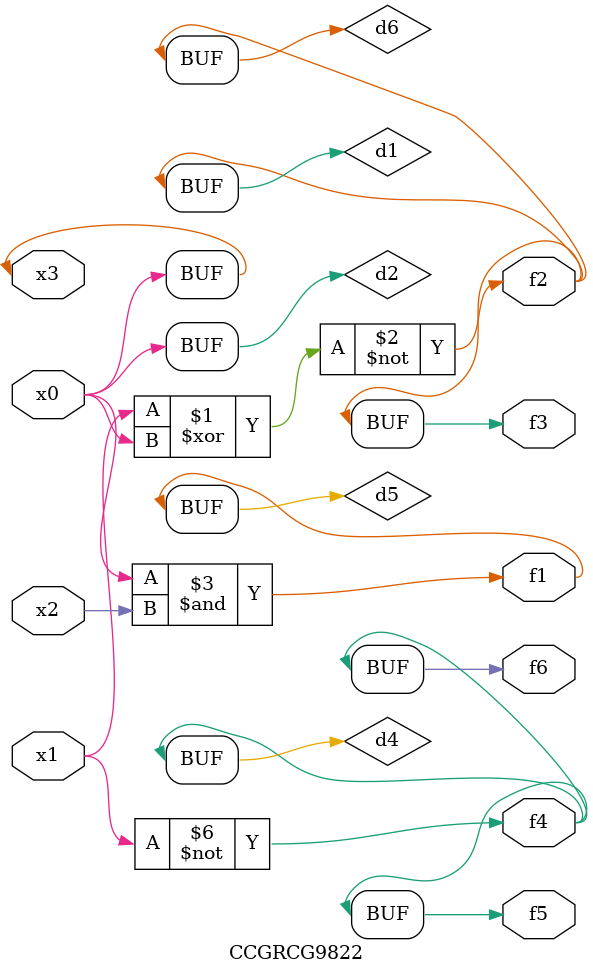
<source format=v>
module CCGRCG9822(
	input x0, x1, x2, x3,
	output f1, f2, f3, f4, f5, f6
);

	wire d1, d2, d3, d4, d5, d6;

	xnor (d1, x1, x3);
	buf (d2, x0, x3);
	nand (d3, x0, x2);
	not (d4, x1);
	nand (d5, d3);
	or (d6, d1);
	assign f1 = d5;
	assign f2 = d6;
	assign f3 = d6;
	assign f4 = d4;
	assign f5 = d4;
	assign f6 = d4;
endmodule

</source>
